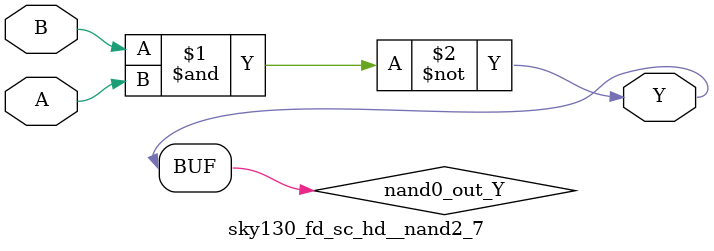
<source format=v>
module sky130_fd_sc_hd__nand2_7 (
    Y,
    A,
    B
);
    output Y;
    input  A;
    input  B;
    wire nand0_out_Y;
    nand nand0 (nand0_out_Y, B, A           );
    buf  buf0  (Y          , nand0_out_Y    );
endmodule
</source>
